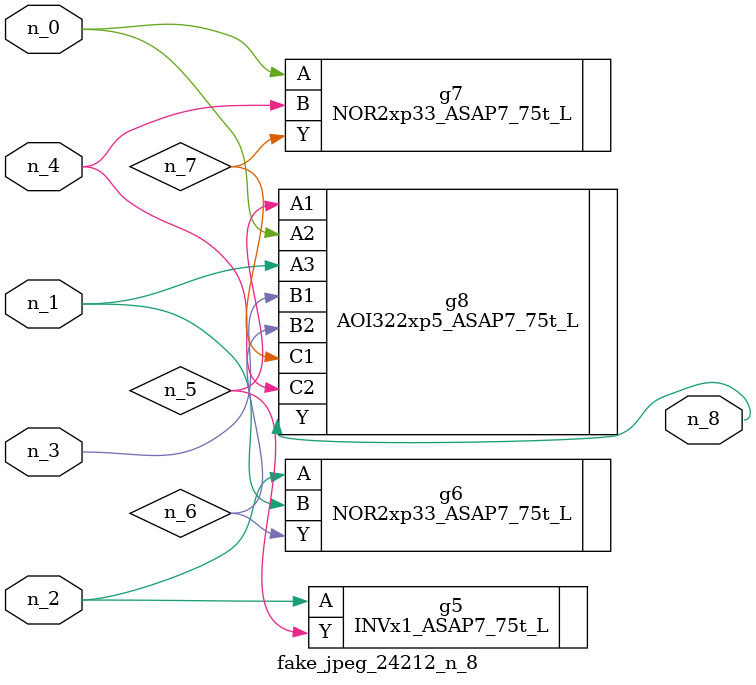
<source format=v>
module fake_jpeg_24212_n_8 (n_3, n_2, n_1, n_0, n_4, n_8);

input n_3;
input n_2;
input n_1;
input n_0;
input n_4;

output n_8;

wire n_6;
wire n_5;
wire n_7;

INVx1_ASAP7_75t_L g5 ( 
.A(n_2),
.Y(n_5)
);

NOR2xp33_ASAP7_75t_L g6 ( 
.A(n_2),
.B(n_1),
.Y(n_6)
);

NOR2xp33_ASAP7_75t_L g7 ( 
.A(n_0),
.B(n_4),
.Y(n_7)
);

AOI322xp5_ASAP7_75t_L g8 ( 
.A1(n_5),
.A2(n_0),
.A3(n_1),
.B1(n_3),
.B2(n_6),
.C1(n_7),
.C2(n_4),
.Y(n_8)
);


endmodule
</source>
